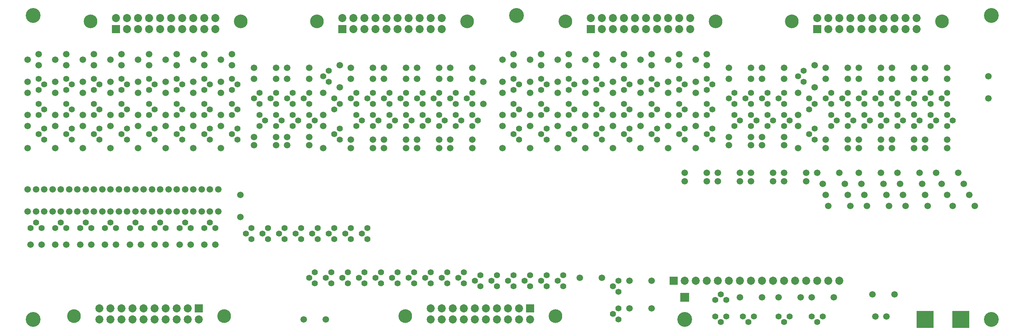
<source format=gbs>
G04 Output by ViewMate Deluxe V11.0.9  PentaLogix LLC*
G04 Mon Sep 14 11:20:41 2015*
%FSLAX33Y33*%
%MOMM*%
%IPPOS*%
%ADD105C,3.4036*%
%ADD106R,4.0132X4.0132*%
%ADD107C,1.5113*%
%ADD108C,1.4122*%
%ADD109R,1.8542X1.8542*%
%ADD110C,1.8542*%
%ADD111C,3.1496*%
%ADD112R,2.0041X2.0041*%

%LPD*%
X0Y0D2*D105*G1X12471Y80328D3*X123596Y80328D3*X232816Y80328D3*X232816Y10478D3*X162331Y10478D3*X12471Y10478D3*D106*X225831Y10478D3*X217576Y10478D3*D107*X55651Y62548D3*X55651Y65088D3*X42951Y65088D3*X49301Y65088D3*X49301Y62548D3*X42951Y62548D3*X36601Y62548D3*X36601Y65088D3*X13741Y71438D3*X11201Y70168D3*X13741Y68898D3*X20091Y68898D3*X17551Y70168D3*X20091Y71438D3*X32791Y71438D3*X39141Y71438D3*X45491Y71438D3*X51841Y71438D3*X58191Y71438D3*X58191Y68898D3*X55651Y70168D3*X51841Y68898D3*X49301Y70168D3*X45491Y68898D3*X42951Y70168D3*X39141Y68898D3*X36601Y70168D3*X32791Y68898D3*X30251Y70168D3*X26441Y71438D3*X23901Y70168D3*X26441Y68898D3*X23901Y65088D3*X30251Y65088D3*X30251Y62548D3*X23901Y62548D3*X17551Y62548D3*X17551Y65088D3*X11201Y65088D3*X11201Y62548D3*X11201Y54928D3*X11201Y57468D3*X17551Y57468D3*X17551Y54928D3*X30251Y54928D3*X23901Y54928D3*X23901Y57468D3*X30251Y57468D3*X36601Y57468D3*X36601Y54928D3*X49301Y54928D3*X42951Y54928D3*X42951Y57468D3*X49301Y57468D3*X55651Y57468D3*X55651Y54928D3*X55651Y49848D3*X49301Y49848D3*X42951Y49848D3*X36601Y49848D3*X30251Y49848D3*X23901Y49848D3*X17551Y49848D3*X11201Y49848D3*X11201Y40322D3*X13106Y40322D3*X15011Y40322D3*X16916Y40322D3*X18821Y40322D3*X20726Y40322D3*X22631Y40322D3*X24536Y40322D3*X26441Y40322D3*X28346Y40322D3*X30251Y40322D3*X32156Y40322D3*X34061Y40322D3*X35966Y40322D3*X37871Y40322D3*X39776Y40322D3*X41681Y40322D3*X43586Y40322D3*X45491Y40322D3*X47396Y40322D3*X49301Y40322D3*X51206Y40322D3*X53111Y40322D3*X55016Y40322D3*X60096Y39052D3*X60096Y33972D3*X55016Y35242D3*X53111Y35242D3*X51206Y35242D3*X49301Y35242D3*X47396Y35242D3*X45491Y35242D3*X43586Y35242D3*X41681Y35242D3*X39776Y35242D3*X37871Y35242D3*X35966Y35242D3*X34061Y35242D3*X32156Y35242D3*X30251Y35242D3*X28346Y35242D3*X26441Y35242D3*X24536Y35242D3*X22631Y35242D3*X20726Y35242D3*X18821Y35242D3*X16916Y35242D3*X15011Y35242D3*X13106Y35242D3*X11201Y35242D3*X11836Y27622D3*X14376Y27622D3*X17551Y27622D3*X20091Y27622D3*X23266Y27622D3*X25806Y27622D3*X28981Y27622D3*X31521Y27622D3*X34696Y27622D3*X37236Y27622D3*X40411Y27622D3*X42951Y27622D3*X46126Y27622D3*X48666Y27622D3*X51841Y27622D3*X54381Y27622D3*X74701Y10478D3*X79781Y10478D3*X206146Y11112D3*X208686Y11112D3*X232181Y61278D3*X232181Y66358D3*X215036Y68262D3*X217576Y68262D3*X222656Y68262D3*X222656Y65722D3*X217576Y65722D3*X215036Y65722D3*X164871Y49848D3*X158521Y49848D3*X152171Y49848D3*X145821Y49848D3*X139471Y49848D3*X133121Y49848D3*X126771Y49848D3*X120421Y49848D3*X113436Y51752D3*X113436Y49848D3*X105816Y49848D3*X108356Y49848D3*X108356Y51752D3*X105816Y51752D3*X98196Y51752D3*X100736Y51752D3*X100736Y49848D3*X98196Y49848D3*X90576Y49848D3*X93116Y49848D3*X93116Y51752D3*X90576Y51752D3*X85496Y51752D3*X85496Y49848D3*X79146Y49848D3*X75971Y50482D3*X70891Y50482D3*X68351Y50482D3*X63271Y50482D3*X63271Y52388D3*X68351Y52388D3*X70891Y52388D3*X75971Y52388D3*X79146Y54928D3*X79146Y57468D3*X108356Y68262D3*X105816Y68262D3*X100736Y68262D3*X98196Y68262D3*X93116Y68262D3*X90576Y68262D3*X85496Y68262D3*X82956Y68898D3*X75971Y68262D3*X70891Y68262D3*X68351Y68262D3*X63271Y68262D3*X63271Y65722D3*X68351Y65722D3*X70891Y65722D3*X75971Y65722D3*X79146Y62548D3*X82956Y63818D3*X85496Y65722D3*X90576Y65722D3*X93116Y65722D3*X98196Y65722D3*X100736Y65722D3*X105816Y65722D3*X108356Y65722D3*X126771Y65088D3*X126771Y62548D3*X133121Y62548D3*X133121Y65088D3*X145821Y65088D3*X139471Y65088D3*X139471Y62548D3*X145821Y62548D3*X152171Y62548D3*X152171Y65088D3*X158521Y65088D3*X164871Y65088D3*X164871Y62548D3*X158521Y62548D3*X158521Y57468D3*X164871Y57468D3*X164871Y54928D3*X158521Y54928D3*X152171Y54928D3*X152171Y57468D3*X139471Y57468D3*X145821Y57468D3*X145821Y54928D3*X139471Y54928D3*X133121Y54928D3*X133121Y57468D3*X126771Y57468D3*X126771Y54928D3*X120421Y54928D3*X120421Y57468D3*X115976Y60008D3*X120421Y62548D3*X120421Y65088D3*X115976Y65088D3*X113436Y65722D3*X113436Y68262D3*X129311Y71438D3*X122961Y71438D3*X120421Y70168D3*X122961Y68898D3*X126771Y70168D3*X129311Y68898D3*X135661Y68898D3*X133121Y70168D3*X135661Y71438D3*X148361Y71438D3*X142011Y71438D3*X139471Y70168D3*X142011Y68898D3*X145821Y70168D3*X148361Y68898D3*X154711Y68898D3*X152171Y70168D3*X154711Y71438D3*X167411Y71438D3*X161061Y71438D3*X158521Y70168D3*X161061Y68898D3*X164871Y70168D3*X167411Y68898D3*X185191Y65722D3*X180111Y65722D3*X177571Y65722D3*X172491Y65722D3*X172491Y68262D3*X177571Y68262D3*X180111Y68262D3*X185191Y68262D3*X192176Y68898D3*X194716Y68262D3*X199796Y68262D3*X202336Y68262D3*X207416Y68262D3*X209956Y68262D3*X209956Y65722D3*X207416Y65722D3*X202336Y65722D3*X199796Y65722D3*X194716Y65722D3*X192176Y63818D3*X188366Y62548D3*X188366Y57468D3*X188366Y54928D3*X185191Y52388D3*X180111Y52388D3*X177571Y52388D3*X172491Y52388D3*X172491Y50482D3*X177571Y50482D3*X180111Y50482D3*X185191Y50482D3*X188366Y49848D3*X194716Y51752D3*X194716Y49848D3*X202336Y49848D3*X199796Y49848D3*X199796Y51752D3*X202336Y51752D3*X209956Y51752D3*X207416Y51752D3*X207416Y49848D3*X209956Y49848D3*X217576Y49848D3*X215036Y49848D3*X215036Y51752D3*X217576Y51752D3*X222656Y51752D3*X222656Y49848D3*X229006Y36512D3*X223926Y36512D3*X212496Y39052D3*X208686Y39052D3*X203606Y39052D3*X199796Y39052D3*X194716Y39052D3*X195351Y36512D3*X200431Y36512D3*X204241Y36512D3*X209321Y36512D3*X213131Y36512D3*X218211Y36512D3*X217576Y39052D3*X222656Y39052D3*X227736Y39052D3*X226466Y41592D3*X225196Y44132D3*X221386Y41592D3*X220116Y44132D3*X216941Y41592D3*X216306Y44132D3*X211226Y44132D3*X211861Y41592D3*X208051Y41592D3*X207416Y44132D3*X202336Y44132D3*X202971Y41592D3*X199161Y41592D3*X197891Y44132D3*X194081Y41592D3*X192811Y44132D3*X190271Y44132D3*X190271Y42228D3*X182651Y42228D3*X185191Y42228D3*X185191Y44132D3*X182651Y44132D3*X175031Y44132D3*X177571Y44132D3*X177571Y42228D3*X175031Y42228D3*X167411Y42228D3*X169951Y42228D3*X169951Y44132D3*X167411Y44132D3*X162331Y44132D3*X162331Y42228D3*X138201Y20002D3*X143281Y20002D3*X154711Y19368D3*X149631Y19368D3*X149631Y13018D3*X154711Y13018D3*X175031Y15558D3*X180111Y15558D3*X183921Y15558D3*X189001Y15558D3*X191541Y15558D3*X196621Y15558D3*X205511Y16192D3*X210591Y16192D3*D108*X169316Y14922D3*X170586Y16192D3*X171856Y14922D3*X192811Y9842D3*X194081Y11112D3*X191541Y11112D3*X185191Y9842D3*X186461Y11112D3*X183921Y11112D3*X176936Y9842D3*X178206Y11112D3*X175666Y11112D3*X170586Y9842D3*X171856Y11112D3*X169316Y11112D3*X147091Y10478D3*X145821Y11748D3*X147091Y13018D3*X147091Y16828D3*X147091Y19368D3*X145821Y18098D3*X88671Y18732D3*X92481Y18732D3*X96291Y18732D3*X100101Y18732D3*X103911Y18732D3*X107721Y18732D3*X111531Y18732D3*X119151Y20638D3*X122961Y20638D3*X126771Y20638D3*X130581Y20638D3*X134391Y20638D3*X134391Y18098D3*X133121Y19368D3*X130581Y18098D3*X129311Y19368D3*X126771Y18098D3*X125501Y19368D3*X122961Y18098D3*X121691Y19368D3*X119151Y18098D3*X117881Y19368D3*X115341Y18098D3*X114071Y19368D3*X115341Y20638D3*X111531Y21272D3*X110261Y20002D3*X107721Y21272D3*X106451Y20002D3*X103911Y21272D3*X102641Y20002D3*X100101Y21272D3*X98831Y20002D3*X96291Y21272D3*X95021Y20002D3*X92481Y21272D3*X91211Y20002D3*X88671Y21272D3*X87401Y20002D3*X84861Y21272D3*X83591Y20002D3*X84861Y18732D3*X81051Y18732D3*X77241Y18732D3*X75971Y20002D3*X77241Y21272D3*X79781Y20002D3*X81051Y21272D3*X81686Y31432D3*X85496Y31432D3*X89306Y31432D3*X89306Y28892D3*X88036Y30162D3*X85496Y28892D3*X84226Y30162D3*X81686Y28892D3*X80416Y30162D3*X62636Y31432D3*X66446Y31432D3*X70256Y31432D3*X74066Y31432D3*X77876Y31432D3*X77876Y28892D3*X76606Y30162D3*X74066Y28892D3*X72796Y30162D3*X70256Y28892D3*X68986Y30162D3*X66446Y28892D3*X65176Y30162D3*X62636Y28892D3*X61366Y30162D3*X54381Y31432D3*X47396Y32702D3*X35966Y32702D3*X24536Y32702D3*X18821Y32702D3*X13106Y32702D3*X11836Y31432D3*X14376Y31432D3*X17551Y31432D3*X20091Y31432D3*X23266Y31432D3*X25806Y31432D3*X30251Y32702D3*X28981Y31432D3*X31521Y31432D3*X34696Y31432D3*X37236Y31432D3*X41681Y32702D3*X40411Y31432D3*X42951Y31432D3*X46126Y31432D3*X48666Y31432D3*X51841Y31432D3*X53111Y32702D3*X72161Y62548D3*X75971Y62548D3*X80416Y67628D3*X79146Y66358D3*X80416Y65088D3*X86766Y62548D3*X90576Y62548D3*X94386Y62548D3*X98196Y62548D3*X102006Y62548D3*X105816Y62548D3*X109626Y62548D3*X113436Y62548D3*X122961Y65722D3*X122961Y63182D3*X124231Y64452D3*X129311Y65722D3*X129311Y63182D3*X130581Y64452D3*X135661Y65722D3*X135661Y63182D3*X136931Y64452D3*X177571Y62548D3*X181381Y62548D3*X185191Y62548D3*X189636Y67628D3*X188366Y66358D3*X189636Y65088D3*X195986Y62548D3*X199796Y62548D3*X203606Y62548D3*X207416Y62548D3*X211226Y62548D3*X215036Y62548D3*X218846Y62548D3*X222656Y62548D3*X222656Y54928D3*X218846Y54928D3*X215036Y54928D3*X211226Y54928D3*X207416Y54928D3*X203606Y54928D3*X199796Y54928D3*X192176Y51752D3*X190906Y53022D3*X192176Y54292D3*X195986Y54928D3*X195986Y57468D3*X197256Y56198D3*X199796Y57468D3*X201066Y56198D3*X203606Y57468D3*X204876Y56198D3*X207416Y57468D3*X208686Y56198D3*X211226Y57468D3*X212496Y56198D3*X215036Y57468D3*X216306Y56198D3*X218846Y57468D3*X220116Y56198D3*X223926Y56198D3*X222656Y57468D3*X222656Y60008D3*X221386Y61278D3*X218846Y60008D3*X217576Y61278D3*X215036Y60008D3*X213766Y61278D3*X211226Y60008D3*X209956Y61278D3*X207416Y60008D3*X206146Y61278D3*X203606Y60008D3*X202336Y61278D3*X199796Y60008D3*X198526Y61278D3*X195986Y60008D3*X194716Y61278D3*X190906Y61278D3*X192176Y60008D3*X190906Y58738D3*X185191Y60008D3*X183921Y61278D3*X181381Y60008D3*X180111Y61278D3*X177571Y60008D3*X176301Y61278D3*X173761Y60008D3*X172491Y61278D3*X173761Y62548D3*X167411Y65722D3*X168681Y64452D3*X167411Y63182D3*X161061Y63182D3*X162331Y64452D3*X161061Y65722D3*X154711Y65722D3*X155981Y64452D3*X154711Y63182D3*X148361Y63182D3*X149631Y64452D3*X148361Y65722D3*X142011Y65722D3*X143281Y64452D3*X142011Y63182D3*X143281Y54292D3*X142011Y53022D3*X143281Y51752D3*X149631Y51752D3*X148361Y53022D3*X149631Y54292D3*X162331Y54292D3*X167411Y57468D3*X161061Y57468D3*X161061Y60008D3*X162331Y58738D3*X167411Y60008D3*X168681Y58738D3*X177571Y54928D3*X181381Y54928D3*X185191Y54928D3*X186461Y56198D3*X185191Y57468D3*X182651Y56198D3*X181381Y57468D3*X178841Y56198D3*X177571Y57468D3*X173761Y57468D3*X175031Y56198D3*X173761Y54928D3*X168681Y54292D3*X168681Y51752D3*X167411Y53022D3*X162331Y51752D3*X161061Y53022D3*X155981Y51752D3*X154711Y53022D3*X155981Y54292D3*X154711Y57468D3*X155981Y58738D3*X154711Y60008D3*X148361Y60008D3*X149631Y58738D3*X148361Y57468D3*X142011Y57468D3*X143281Y58738D3*X142011Y60008D3*X135661Y60008D3*X136931Y58738D3*X135661Y57468D3*X124231Y54292D3*X122961Y57468D3*X122961Y60008D3*X124231Y58738D3*X129311Y60008D3*X130581Y58738D3*X129311Y57468D3*X130581Y54292D3*X136931Y54292D3*X136931Y51752D3*X135661Y53022D3*X130581Y51752D3*X129311Y53022D3*X124231Y51752D3*X122961Y53022D3*X109626Y54928D3*X105816Y54928D3*X102006Y54928D3*X98196Y54928D3*X94386Y54928D3*X90576Y54928D3*X72161Y54928D3*X72161Y57468D3*X73431Y56198D3*X75971Y57468D3*X77241Y56198D3*X75971Y54928D3*X82956Y51752D3*X81686Y53022D3*X82956Y54292D3*X86766Y54928D3*X86766Y57468D3*X88036Y56198D3*X90576Y57468D3*X91846Y56198D3*X94386Y57468D3*X95656Y56198D3*X98196Y57468D3*X99466Y56198D3*X102006Y57468D3*X103276Y56198D3*X105816Y57468D3*X107086Y56198D3*X109626Y57468D3*X110896Y56198D3*X113436Y54928D3*X114706Y56198D3*X113436Y57468D3*X113436Y60008D3*X112166Y61278D3*X109626Y60008D3*X108356Y61278D3*X105816Y60008D3*X104546Y61278D3*X102006Y60008D3*X100736Y61278D3*X98196Y60008D3*X96926Y61278D3*X94386Y60008D3*X93116Y61278D3*X90576Y60008D3*X89306Y61278D3*X86766Y60008D3*X85496Y61278D3*X81686Y61278D3*X82956Y60008D3*X81686Y58738D3*X75971Y60008D3*X74701Y61278D3*X72161Y60008D3*X70891Y61278D3*X68351Y60008D3*X67081Y61278D3*X68351Y62548D3*X64541Y62548D3*X63271Y61278D3*X64541Y60008D3*X58191Y57468D3*X53111Y54292D3*X51841Y57468D3*X45491Y57468D3*X46761Y54292D3*X40411Y54292D3*X39141Y57468D3*X34061Y54292D3*X32791Y57468D3*X26441Y57468D3*X27711Y54292D3*X21361Y54292D3*X20091Y57468D3*X20091Y60008D3*X21361Y58738D3*X26441Y60008D3*X27711Y58738D3*X32791Y60008D3*X34061Y58738D3*X39141Y60008D3*X40411Y58738D3*X45491Y60008D3*X46761Y58738D3*X51841Y60008D3*X53111Y58738D3*X58191Y60008D3*X59461Y58738D3*X64541Y57468D3*X65811Y56198D3*X68351Y57468D3*X69621Y56198D3*X68351Y54928D3*X64541Y54928D3*X59461Y54292D3*X59461Y51752D3*X58191Y53022D3*X53111Y51752D3*X51841Y53022D3*X46761Y51752D3*X45491Y53022D3*X40411Y51752D3*X39141Y53022D3*X34061Y51752D3*X32791Y53022D3*X27711Y51752D3*X26441Y53022D3*X21361Y51752D3*X20091Y53022D3*X15011Y51752D3*X13741Y53022D3*X15011Y54292D3*X13741Y57468D3*X15011Y58738D3*X13741Y60008D3*X13741Y65722D3*X13741Y63182D3*X15011Y64452D3*X20091Y65722D3*X20091Y63182D3*X21361Y64452D3*X26441Y65722D3*X26441Y63182D3*X27711Y64452D3*X32791Y65722D3*X32791Y63182D3*X34061Y64452D3*X39141Y65722D3*X39141Y63182D3*X40411Y64452D3*X45491Y65722D3*X45491Y63182D3*X46761Y64452D3*X51841Y65722D3*X51841Y63182D3*X53111Y64452D3*X58191Y65722D3*X59461Y64452D3*X58191Y63182D3*D109*X192811Y77152D3*X140741Y77152D3*X83591Y77152D3*X31521Y77152D3*X50571Y13018D3*X126771Y13018D3*X159791Y19368D3*D110*X48031Y13018D3*X45491Y13018D3*X42951Y13018D3*X40411Y13018D3*X37871Y13018D3*X35331Y13018D3*X32791Y13018D3*X30251Y13018D3*X27711Y13018D3*X27711Y10478D3*X30251Y10478D3*X32791Y10478D3*X35331Y10478D3*X37871Y10478D3*X40411Y10478D3*X42951Y10478D3*X45491Y10478D3*X48031Y10478D3*X50571Y10478D3*X124231Y13018D3*X121691Y13018D3*X119151Y13018D3*X116611Y13018D3*X114071Y13018D3*X111531Y13018D3*X108991Y13018D3*X106451Y13018D3*X103911Y13018D3*X103911Y10478D3*X106451Y10478D3*X108991Y10478D3*X111531Y10478D3*X114071Y10478D3*X116611Y10478D3*X119151Y10478D3*X121691Y10478D3*X124231Y10478D3*X126771Y10478D3*X197891Y19368D3*X195351Y19368D3*X192811Y19368D3*X190271Y19368D3*X187731Y19368D3*X185191Y19368D3*X182651Y19368D3*X180111Y19368D3*X177571Y19368D3*X175031Y19368D3*X172491Y19368D3*X169951Y19368D3*X167411Y19368D3*X164871Y19368D3*X162331Y19368D3*X54381Y77152D3*X51841Y77152D3*X49301Y77152D3*X46761Y77152D3*X44221Y77152D3*X41681Y77152D3*X39141Y77152D3*X36601Y77152D3*X34061Y77152D3*X31521Y79692D3*X34061Y79692D3*X36601Y79692D3*X39141Y79692D3*X41681Y79692D3*X44221Y79692D3*X46761Y79692D3*X49301Y79692D3*X51841Y79692D3*X54381Y79692D3*X106451Y79692D3*X103911Y79692D3*X101371Y79692D3*X98831Y79692D3*X96291Y79692D3*X93751Y79692D3*X91211Y79692D3*X88671Y79692D3*X83591Y79692D3*X86131Y79692D3*X86131Y77152D3*X88671Y77152D3*X91211Y77152D3*X93751Y77152D3*X96291Y77152D3*X98831Y77152D3*X101371Y77152D3*X103911Y77152D3*X106451Y77152D3*X163601Y77152D3*X161061Y77152D3*X158521Y77152D3*X155981Y77152D3*X153441Y77152D3*X150901Y77152D3*X148361Y77152D3*X145821Y77152D3*X143281Y77152D3*X140741Y79692D3*X143281Y79692D3*X145821Y79692D3*X148361Y79692D3*X150901Y79692D3*X153441Y79692D3*X155981Y79692D3*X158521Y79692D3*X161061Y79692D3*X163601Y79692D3*X192811Y79692D3*X195351Y79692D3*X197891Y79692D3*X200431Y79692D3*X202971Y79692D3*X205511Y79692D3*X208051Y79692D3*X210591Y79692D3*X213131Y79692D3*X215671Y79692D3*X215671Y77152D3*X213131Y77152D3*X210591Y77152D3*X208051Y77152D3*X205511Y77152D3*X202971Y77152D3*X200431Y77152D3*X197891Y77152D3*X195351Y77152D3*D111*X221488Y78956D3*X186995Y78956D3*X169418Y78956D3*X25705Y78956D3*X60198Y78956D3*X77775Y78956D3*X112268Y78956D3*X134925Y78956D3*X132588Y11214D3*X98095Y11214D3*X21895Y11214D3*X56388Y11214D3*D112*X162331Y15558D3*X0Y0D2*M02*
</source>
